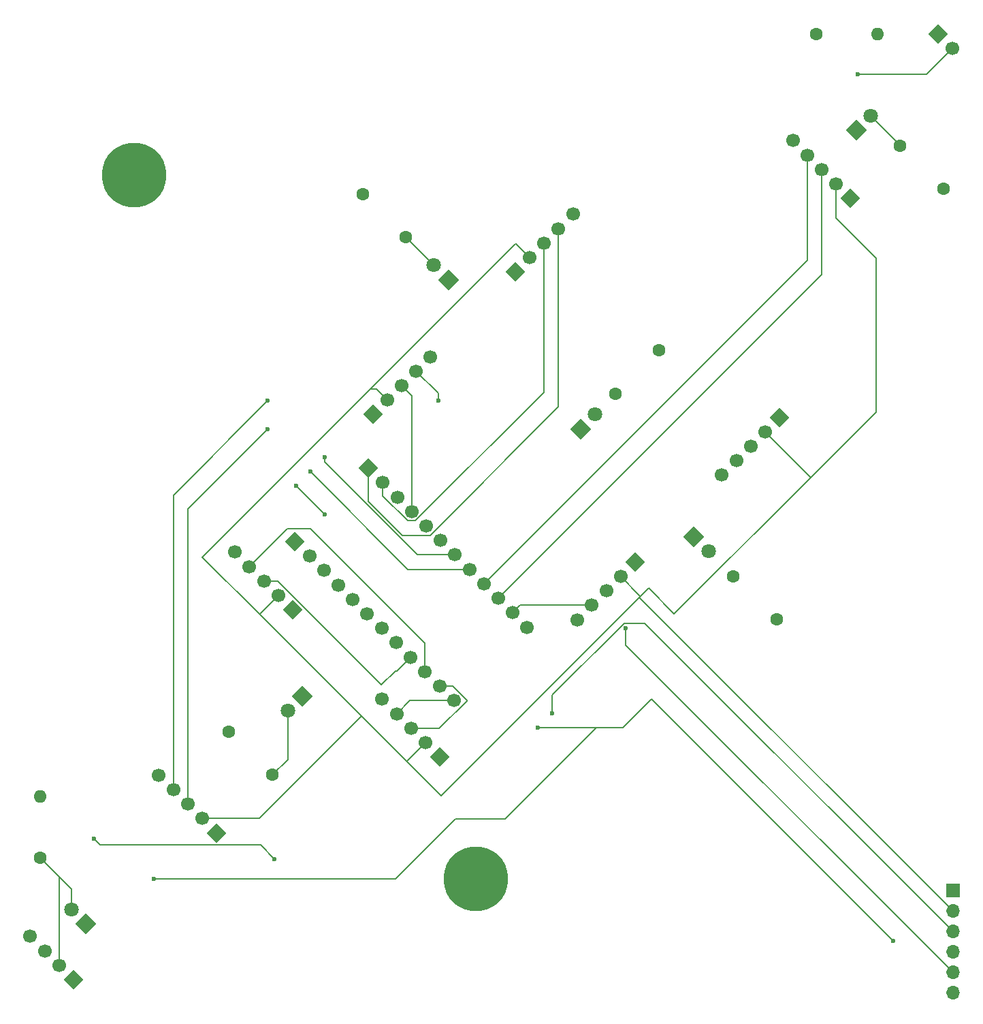
<source format=gbr>
%TF.GenerationSoftware,KiCad,Pcbnew,8.0.1*%
%TF.CreationDate,2024-04-24T16:38:56-04:00*%
%TF.ProjectId,RGBsensorBoard,52474273-656e-4736-9f72-426f6172642e,rev?*%
%TF.SameCoordinates,Original*%
%TF.FileFunction,Copper,L1,Top*%
%TF.FilePolarity,Positive*%
%FSLAX46Y46*%
G04 Gerber Fmt 4.6, Leading zero omitted, Abs format (unit mm)*
G04 Created by KiCad (PCBNEW 8.0.1) date 2024-04-24 16:38:56*
%MOMM*%
%LPD*%
G01*
G04 APERTURE LIST*
G04 Aperture macros list*
%AMHorizOval*
0 Thick line with rounded ends*
0 $1 width*
0 $2 $3 position (X,Y) of the first rounded end (center of the circle)*
0 $4 $5 position (X,Y) of the second rounded end (center of the circle)*
0 Add line between two ends*
20,1,$1,$2,$3,$4,$5,0*
0 Add two circle primitives to create the rounded ends*
1,1,$1,$2,$3*
1,1,$1,$4,$5*%
%AMRotRect*
0 Rectangle, with rotation*
0 The origin of the aperture is its center*
0 $1 length*
0 $2 width*
0 $3 Rotation angle, in degrees counterclockwise*
0 Add horizontal line*
21,1,$1,$2,0,0,$3*%
G04 Aperture macros list end*
%TA.AperFunction,ComponentPad*%
%ADD10RotRect,1.700000X1.700000X45.000000*%
%TD*%
%TA.AperFunction,ComponentPad*%
%ADD11HorizOval,1.700000X0.000000X0.000000X0.000000X0.000000X0*%
%TD*%
%TA.AperFunction,ComponentPad*%
%ADD12R,1.700000X1.700000*%
%TD*%
%TA.AperFunction,ComponentPad*%
%ADD13O,1.700000X1.700000*%
%TD*%
%TA.AperFunction,ComponentPad*%
%ADD14C,1.600000*%
%TD*%
%TA.AperFunction,ComponentPad*%
%ADD15O,1.600000X1.600000*%
%TD*%
%TA.AperFunction,ComponentPad*%
%ADD16HorizOval,1.700000X0.000000X0.000000X0.000000X0.000000X0*%
%TD*%
%TA.AperFunction,ComponentPad*%
%ADD17RotRect,1.700000X1.700000X225.000000*%
%TD*%
%TA.AperFunction,ComponentPad*%
%ADD18C,4.400000*%
%TD*%
%TA.AperFunction,ConnectorPad*%
%ADD19C,8.000000*%
%TD*%
%TA.AperFunction,ComponentPad*%
%ADD20HorizOval,1.600000X0.000000X0.000000X0.000000X0.000000X0*%
%TD*%
%TA.AperFunction,ComponentPad*%
%ADD21HorizOval,1.600000X0.000000X0.000000X0.000000X0.000000X0*%
%TD*%
%TA.AperFunction,ComponentPad*%
%ADD22HorizOval,1.700000X0.000000X0.000000X0.000000X0.000000X0*%
%TD*%
%TA.AperFunction,ComponentPad*%
%ADD23RotRect,1.700000X1.700000X315.000000*%
%TD*%
%TA.AperFunction,ComponentPad*%
%ADD24RotRect,1.700000X1.700000X135.000000*%
%TD*%
%TA.AperFunction,ComponentPad*%
%ADD25HorizOval,1.700000X0.000000X0.000000X0.000000X0.000000X0*%
%TD*%
%TA.AperFunction,ComponentPad*%
%ADD26RotRect,1.800000X1.800000X45.000000*%
%TD*%
%TA.AperFunction,ComponentPad*%
%ADD27C,1.800000*%
%TD*%
%TA.AperFunction,ComponentPad*%
%ADD28RotRect,1.800000X1.800000X135.000000*%
%TD*%
%TA.AperFunction,ComponentPad*%
%ADD29RotRect,1.800000X1.800000X315.000000*%
%TD*%
%TA.AperFunction,ComponentPad*%
%ADD30RotRect,1.800000X1.800000X225.000000*%
%TD*%
%TA.AperFunction,ViaPad*%
%ADD31C,0.600000*%
%TD*%
%TA.AperFunction,Conductor*%
%ADD32C,0.200000*%
%TD*%
G04 APERTURE END LIST*
D10*
%TO.P,C3,1,Pin_1*%
%TO.N,/GND*%
X25000000Y-135000000D03*
D11*
%TO.P,C3,2,Pin_2*%
%TO.N,/VIN 5V*%
X23203949Y-133203949D03*
%TO.P,C3,3,Pin_3*%
%TO.N,/SCL*%
X21407898Y-131407898D03*
%TO.P,C3,4,Pin_4*%
%TO.N,/SDA*%
X19611846Y-129611846D03*
%TD*%
D12*
%TO.P,J11,1,Pin_1*%
%TO.N,/VIN 5V*%
X134356656Y-123918482D03*
D13*
%TO.P,J11,2,Pin_2*%
%TO.N,3.3*%
X134356656Y-126458482D03*
%TO.P,J11,3,Pin_3*%
%TO.N,/SDA*%
X134356656Y-128998482D03*
%TO.P,J11,4,Pin_4*%
%TO.N,/SCL*%
X134356656Y-131538482D03*
%TO.P,J11,5,Pin_5*%
%TO.N,/GND*%
X134356656Y-134078482D03*
%TO.P,J11,6*%
%TO.N,/VIN 5V*%
X134356656Y-136618482D03*
%TD*%
D14*
%TO.P,R6,1*%
%TO.N,/VIN 5V*%
X117380000Y-17500000D03*
D15*
%TO.P,R6,2*%
X125000000Y-17500000D03*
%TD*%
D16*
%TO.P,C1,2,Pin_2*%
%TO.N,/GND*%
X134296051Y-19296051D03*
D17*
%TO.P,C1,1,Pin_1*%
%TO.N,/VIN 5V*%
X132500000Y-17500000D03*
%TD*%
D18*
%TO.P,hole2,1*%
%TO.N,N/C*%
X32500000Y-35000000D03*
D19*
X32500000Y-35000000D03*
%TD*%
D18*
%TO.P,hole,1*%
%TO.N,N/C*%
X75000000Y-122500000D03*
D19*
X75000000Y-122500000D03*
%TD*%
D14*
%TO.P,R6,1*%
%TO.N,/VIN 5V*%
X92418153Y-62172794D03*
D20*
%TO.P,R6,2*%
X97806307Y-56784640D03*
%TD*%
D14*
%TO.P,R5,1*%
%TO.N,/VIN 5V*%
X20866018Y-119857260D03*
D15*
%TO.P,R5,2*%
X20866018Y-112237260D03*
%TD*%
D14*
%TO.P,R4,1*%
%TO.N,/VIN 5V*%
X60951901Y-37339204D03*
D21*
%TO.P,R4,2*%
X66340055Y-42727358D03*
%TD*%
D14*
%TO.P,R3,1*%
%TO.N,/VIN 5V*%
X107048192Y-84849708D03*
D21*
%TO.P,R3,2*%
X112436346Y-90237862D03*
%TD*%
D14*
%TO.P,R2,1*%
%TO.N,/VIN 5V*%
X127773492Y-31328796D03*
D21*
%TO.P,R2,2*%
X133161646Y-36716950D03*
%TD*%
D14*
%TO.P,R1,1*%
%TO.N,/VIN 5V*%
X44334892Y-104160794D03*
D21*
%TO.P,R1,2*%
X49723046Y-109548948D03*
%TD*%
D11*
%TO.P,J10,12,Pin_12*%
%TO.N,SC1*%
X72300965Y-100307062D03*
%TO.P,J10,11,Pin_11*%
%TO.N,/SD1*%
X70504914Y-98511011D03*
%TO.P,J10,10,Pin_10*%
%TO.N,/SC0*%
X68708863Y-96714960D03*
%TO.P,J10,9,Pin_9*%
%TO.N,/SD0*%
X66912812Y-94918909D03*
%TO.P,J10,8,Pin_8*%
%TO.N,/A2*%
X65116761Y-93122858D03*
%TO.P,J10,7,Pin_7*%
%TO.N,/A1*%
X63320709Y-91326806D03*
%TO.P,J10,6,Pin_6*%
%TO.N,/A0*%
X61524658Y-89530755D03*
%TO.P,J10,5,Pin_5*%
%TO.N,/RST*%
X59728607Y-87734704D03*
%TO.P,J10,4,Pin_4*%
%TO.N,/SCL*%
X57932556Y-85938653D03*
%TO.P,J10,3,Pin_3*%
%TO.N,/SDA*%
X56136504Y-84142601D03*
%TO.P,J10,2,Pin_2*%
%TO.N,/GND*%
X54340453Y-82346550D03*
D10*
%TO.P,J10,1,Pin_1*%
%TO.N,/VIN 5V*%
X52544402Y-80550499D03*
%TD*%
%TO.P,J9,1,Pin_1*%
%TO.N,/SC7*%
X61666079Y-71428821D03*
D11*
%TO.P,J9,2,Pin_2*%
%TO.N,/SD7*%
X63462130Y-73224872D03*
%TO.P,J9,3,Pin_3*%
%TO.N,/SC6*%
X65258181Y-75020923D03*
%TO.P,J9,4,Pin_4*%
%TO.N,/SD6*%
X67054233Y-76816975D03*
%TO.P,J9,5,Pin_5*%
%TO.N,/SC5*%
X68850284Y-78613026D03*
%TO.P,J9,6,Pin_6*%
%TO.N,/SD5*%
X70646335Y-80409077D03*
%TO.P,J9,7,Pin_7*%
%TO.N,/SC4*%
X72442386Y-82205128D03*
%TO.P,J9,8,Pin_8*%
%TO.N,/SD4*%
X74238438Y-84001180D03*
%TO.P,J9,9,Pin_9*%
%TO.N,/SC3*%
X76034489Y-85797231D03*
%TO.P,J9,10,Pin_10*%
%TO.N,/SD3*%
X77830540Y-87593282D03*
%TO.P,J9,11,Pin_11*%
%TO.N,/SC2*%
X79626591Y-89389333D03*
%TO.P,J9,12,Pin_12*%
%TO.N,/SD2*%
X81422642Y-91185384D03*
%TD*%
D16*
%TO.P,J8,5,Pin_5*%
%TO.N,unconnected-(J8-Pin_5-Pad5)*%
X35602123Y-109570161D03*
%TO.P,J8,4,Pin_4*%
%TO.N,/SC4*%
X37398174Y-111366212D03*
%TO.P,J8,3,Pin_3*%
%TO.N,/SD4*%
X39194226Y-113162264D03*
%TO.P,J8,2,Pin_2*%
%TO.N,3.3*%
X40990277Y-114958315D03*
D10*
%TO.P,J8,1,Pin_1*%
%TO.N,/GND*%
X42786328Y-116754366D03*
%TD*%
D16*
%TO.P,J7,5,Pin_5*%
%TO.N,unconnected-(J7-Pin_5-Pad5)*%
X114444529Y-30727755D03*
%TO.P,J7,4,Pin_4*%
%TO.N,/SC3*%
X116240580Y-32523806D03*
%TO.P,J7,3,Pin_3*%
%TO.N,/SD3*%
X118036632Y-34319858D03*
%TO.P,J7,2,Pin_2*%
%TO.N,3.3*%
X119832683Y-36115909D03*
D17*
%TO.P,J7,1,Pin_1*%
%TO.N,/GND*%
X121628734Y-37911960D03*
%TD*%
%TO.P,J6,1,Pin_1*%
%TO.N,/GND*%
X70561482Y-107335704D03*
D16*
%TO.P,J6,2,Pin_2*%
%TO.N,3.3*%
X68765431Y-105539653D03*
%TO.P,J6,3,Pin_3*%
%TO.N,/SD1*%
X66969380Y-103743602D03*
%TO.P,J6,4,Pin_4*%
%TO.N,SC1*%
X65173328Y-101947550D03*
%TO.P,J6,5,Pin_5*%
%TO.N,unconnected-(J6-Pin_5-Pad5)*%
X63377277Y-100151499D03*
%TD*%
D17*
%TO.P,J5,1,Pin_1*%
%TO.N,/GND*%
X52261559Y-89035780D03*
D16*
%TO.P,J5,2,Pin_2*%
%TO.N,3.3*%
X50465508Y-87239729D03*
%TO.P,J5,3,Pin_3*%
%TO.N,/SD0*%
X48669457Y-85443678D03*
%TO.P,J5,4,Pin_4*%
%TO.N,/SC0*%
X46873405Y-83647626D03*
%TO.P,J5,5,Pin_5*%
%TO.N,unconnected-(J5-Pin_5-Pad5)*%
X45077354Y-81851575D03*
%TD*%
D22*
%TO.P,J4,5,Pin_5*%
%TO.N,unconnected-(J4-Pin_5-Pad5)*%
X87659324Y-90266146D03*
%TO.P,J4,4,Pin_4*%
%TO.N,/SC2*%
X89455375Y-88470095D03*
%TO.P,J4,3,Pin_3*%
%TO.N,/SD2*%
X91251427Y-86674043D03*
%TO.P,J4,2,Pin_2*%
%TO.N,3.3*%
X93047478Y-84877992D03*
D23*
%TO.P,J4,1,Pin_1*%
%TO.N,/GND*%
X94843529Y-83081941D03*
%TD*%
D24*
%TO.P,J3,1,Pin_1*%
%TO.N,/GND*%
X62210551Y-64760805D03*
D25*
%TO.P,J3,2,Pin_2*%
%TO.N,3.3*%
X64006602Y-62964754D03*
%TO.P,J3,3,Pin_3*%
%TO.N,/SD6*%
X65802653Y-61168703D03*
%TO.P,J3,4,Pin_4*%
%TO.N,/SC6*%
X67598705Y-59372651D03*
%TO.P,J3,5,Pin_5*%
%TO.N,unconnected-(J3-Pin_5-Pad5)*%
X69394756Y-57576600D03*
%TD*%
%TO.P,J2,5,Pin_5*%
%TO.N,unconnected-(J2-Pin_5-Pad5)*%
X87100710Y-39870646D03*
%TO.P,J2,4,Pin_4*%
%TO.N,/SC7*%
X85304659Y-41666697D03*
%TO.P,J2,3,Pin_3*%
%TO.N,/SD7*%
X83508607Y-43462749D03*
%TO.P,J2,2,Pin_2*%
%TO.N,3.3*%
X81712556Y-45258800D03*
D24*
%TO.P,J2,1,Pin_1*%
%TO.N,/GND*%
X79916505Y-47054851D03*
%TD*%
D23*
%TO.P,J1,1,Pin_1*%
%TO.N,/GND*%
X112818184Y-65107287D03*
D22*
%TO.P,J1,2,Pin_2*%
%TO.N,3.3*%
X111022133Y-66903338D03*
%TO.P,J1,3,Pin_3*%
%TO.N,/SD5*%
X109226082Y-68699389D03*
%TO.P,J1,4,Pin_4*%
%TO.N,/SC5*%
X107430030Y-70495441D03*
%TO.P,J1,5,Pin_5*%
%TO.N,unconnected-(J1-Pin_5-Pad5)*%
X105633979Y-72291492D03*
%TD*%
D26*
%TO.P,D6,1,K*%
%TO.N,/GND*%
X88041162Y-66549785D03*
D27*
%TO.P,D6,2,A*%
%TO.N,/VIN 5V*%
X89837213Y-64753734D03*
%TD*%
D28*
%TO.P,D5,1,K*%
%TO.N,/GND*%
X26522872Y-128068075D03*
D27*
%TO.P,D5,2,A*%
%TO.N,/VIN 5V*%
X24726821Y-126272024D03*
%TD*%
D26*
%TO.P,D4,1,K*%
%TO.N,/GND*%
X122335841Y-29426679D03*
D27*
%TO.P,D4,2,A*%
%TO.N,/VIN 5V*%
X124131892Y-27630628D03*
%TD*%
D29*
%TO.P,D3,1,K*%
%TO.N,/GND*%
X102155013Y-79956529D03*
D27*
%TO.P,D3,2,A*%
%TO.N,/VIN 5V*%
X103951064Y-81752580D03*
%TD*%
D28*
%TO.P,D2,1,K*%
%TO.N,/GND*%
X71618607Y-48005909D03*
D27*
%TO.P,D2,2,A*%
%TO.N,/VIN 5V*%
X69822556Y-46209858D03*
%TD*%
D30*
%TO.P,D1,1,K*%
%TO.N,/GND*%
X53421214Y-99755519D03*
D27*
%TO.P,D1,2,A*%
%TO.N,/VIN 5V*%
X51625163Y-101551570D03*
%TD*%
D31*
%TO.N,/SDA*%
X50000000Y-120000000D03*
X27500000Y-117500000D03*
%TO.N,/SCL*%
X35000000Y-122500000D03*
%TO.N,/GND*%
X122500000Y-22500000D03*
%TO.N,/SCL*%
X126932035Y-130189395D03*
X82737861Y-103672891D03*
%TO.N,/SDA*%
X84505628Y-101905124D03*
%TO.N,/SD4*%
X54453590Y-71853086D03*
X49150289Y-66549785D03*
%TO.N,/SC4*%
X56221357Y-70085319D03*
X49150289Y-63014251D03*
%TO.N,/VIN 5V*%
X52685823Y-73620853D03*
X56221357Y-77156386D03*
%TO.N,/SC6*%
X70363493Y-63014251D03*
%TO.N,/GND*%
X93698016Y-91298522D03*
%TD*%
D32*
%TO.N,/SDA*%
X27500000Y-117500000D02*
X28256448Y-118256448D01*
X48256448Y-118256448D02*
X50000000Y-120000000D01*
X28256448Y-118256448D02*
X48256448Y-118256448D01*
%TO.N,/SCL*%
X65000000Y-122500000D02*
X72500000Y-115000000D01*
X35000000Y-122500000D02*
X65000000Y-122500000D01*
X82737861Y-103672891D02*
X90000000Y-103672891D01*
X90000000Y-103672891D02*
X93344463Y-103672891D01*
X78672891Y-115000000D02*
X90000000Y-103672891D01*
X72500000Y-115000000D02*
X78672891Y-115000000D01*
%TO.N,/VIN 5V*%
X23004379Y-121995621D02*
X24726821Y-123718063D01*
X20866018Y-119857260D02*
X23004379Y-121995621D01*
X23004379Y-121995621D02*
X23203949Y-122195191D01*
X23203949Y-122195191D02*
X23203949Y-133203949D01*
%TO.N,/GND*%
X122500000Y-22500000D02*
X131092102Y-22500000D01*
X131092102Y-22500000D02*
X134296051Y-19296051D01*
%TO.N,/SCL*%
X96879997Y-100137357D02*
X126932035Y-130189395D01*
X93344463Y-103672891D02*
X96879997Y-100137357D01*
%TO.N,/SDA*%
X84505628Y-101905124D02*
X84505628Y-99642382D01*
X84505628Y-99642382D02*
X93449489Y-90698521D01*
X93449489Y-90698521D02*
X96056696Y-90698521D01*
X96056696Y-90698521D02*
X134356656Y-128998482D01*
%TO.N,/SD4*%
X54453590Y-71853086D02*
X66601684Y-84001180D01*
X66601684Y-84001180D02*
X74238438Y-84001180D01*
X39194226Y-76505848D02*
X49150289Y-66549785D01*
X39194226Y-113162264D02*
X39194226Y-76505848D01*
%TO.N,/SC4*%
X56221357Y-70085319D02*
X56221357Y-70651004D01*
X56221357Y-70651004D02*
X67775482Y-82205129D01*
X67775482Y-82205129D02*
X72442387Y-82205129D01*
X37398174Y-74766365D02*
X49150289Y-63014251D01*
X37398174Y-111366212D02*
X37398174Y-74766365D01*
%TO.N,/SD3*%
X118036632Y-34319858D02*
X118036632Y-47387191D01*
X118036632Y-47387191D02*
X77830540Y-87593283D01*
%TO.N,/SC3*%
X116240581Y-32523806D02*
X116240581Y-45591140D01*
X116240581Y-45591140D02*
X76034489Y-85797231D01*
%TO.N,/SC7*%
X85304659Y-41666697D02*
X85304659Y-63784997D01*
X69326629Y-79763027D02*
X65899065Y-79763027D01*
X85304659Y-63784997D02*
X69326629Y-79763027D01*
X65899065Y-79763027D02*
X61666079Y-75530041D01*
X61666079Y-75530041D02*
X61666079Y-71428821D01*
%TO.N,/SD7*%
X83508608Y-43462748D02*
X83508608Y-61988946D01*
X83508608Y-61988946D02*
X67530578Y-77966975D01*
X67530578Y-77966975D02*
X66577888Y-77966975D01*
X66577888Y-77966975D02*
X63462130Y-74851218D01*
X63462130Y-74851218D02*
X63462130Y-73224873D01*
%TO.N,/VIN 5V*%
X56221357Y-77156386D02*
X52685823Y-73620853D01*
%TO.N,/SC2*%
X89455376Y-88470095D02*
X80545830Y-88470095D01*
X80545830Y-88470095D02*
X79626591Y-89389334D01*
%TO.N,/SC6*%
X70363493Y-62137438D02*
X70363493Y-63014251D01*
X67598705Y-59372651D02*
X70363493Y-62137438D01*
%TO.N,/SD6*%
X65802654Y-61168702D02*
X67054233Y-62420281D01*
X67054233Y-62420281D02*
X67054233Y-76816975D01*
%TO.N,/SC0*%
X46873405Y-83647627D02*
X51596879Y-78924153D01*
X51596879Y-78924153D02*
X54453590Y-78924153D01*
X54453590Y-78924153D02*
X68708863Y-93179426D01*
X68708863Y-93179426D02*
X68708863Y-96714960D01*
%TO.N,/SD0*%
X50366513Y-85443678D02*
X63292425Y-98369590D01*
X48669457Y-85443678D02*
X50366513Y-85443678D01*
X63292425Y-98369590D02*
X65060192Y-96601823D01*
X65060192Y-96601823D02*
X65229897Y-96601823D01*
X65229897Y-96601823D02*
X66912811Y-94918909D01*
%TO.N,/SD1*%
X66969380Y-103743601D02*
X70490772Y-103743601D01*
X73899026Y-100278778D02*
X72131260Y-98511011D01*
X70490772Y-103743601D02*
X73899026Y-100335347D01*
X73899026Y-100335347D02*
X73899026Y-100278778D01*
X72131260Y-98511011D02*
X70504914Y-98511011D01*
%TO.N,SC1*%
X65173329Y-101947550D02*
X66813817Y-100307062D01*
X66813817Y-100307062D02*
X72300965Y-100307062D01*
%TO.N,/VIN 5V*%
X24726821Y-123718063D02*
X24726821Y-126272023D01*
%TO.N,3.3*%
X60817551Y-102258677D02*
X66474405Y-107915531D01*
X48089629Y-89530755D02*
X60817551Y-102258677D01*
X60817551Y-102258677D02*
X48117913Y-114958315D01*
X48117913Y-114958315D02*
X40990277Y-114958315D01*
%TO.N,/VIN 5V*%
X49723046Y-109548948D02*
X51625163Y-107646831D01*
X51625163Y-107646831D02*
X51625163Y-101551570D01*
X66340055Y-42727357D02*
X69822556Y-46209858D01*
X124131892Y-27630627D02*
X127773492Y-31272227D01*
X127773492Y-31272227D02*
X127773492Y-31328796D01*
%TO.N,3.3*%
X124810715Y-64428464D02*
X124810715Y-45336581D01*
X116678987Y-72560192D02*
X124810715Y-64428464D01*
X124810715Y-45336581D02*
X119832683Y-40358550D01*
X119832683Y-40358550D02*
X119832683Y-36115909D01*
%TO.N,/GND*%
X93698016Y-91298522D02*
X93698016Y-93419842D01*
X93698016Y-93419842D02*
X134356656Y-134078482D01*
%TO.N,3.3*%
X134356656Y-126458482D02*
X95465783Y-87567609D01*
X95465783Y-87567609D02*
X95465783Y-87409435D01*
X99708424Y-89530755D02*
X116678987Y-72560192D01*
X96526443Y-86348775D02*
X99708424Y-89530755D01*
X116678987Y-72560192D02*
X111022132Y-66903338D01*
X95465783Y-87409435D02*
X96526443Y-86348775D01*
X70717046Y-112158172D02*
X95465783Y-87409435D01*
X93047478Y-84877992D02*
X95465783Y-87296298D01*
X95465783Y-87296298D02*
X95465783Y-87409435D01*
X41018561Y-82459687D02*
X48089629Y-89530755D01*
X50465508Y-87239729D02*
X48174482Y-89530755D01*
X48174482Y-89530755D02*
X48089629Y-89530755D01*
X66474405Y-107915531D02*
X70717046Y-112158172D01*
X68765431Y-105539653D02*
X66474405Y-107830679D01*
X66474405Y-107830679D02*
X66474405Y-107915531D01*
X59049784Y-64428464D02*
X43846988Y-79631260D01*
X43846988Y-79631260D02*
X41018561Y-82459687D01*
X79909434Y-43568814D02*
X61878211Y-61600037D01*
X61878211Y-61600037D02*
X59049784Y-64428464D01*
X64006603Y-62964753D02*
X62641887Y-61600037D01*
X62641887Y-61600037D02*
X61878211Y-61600037D01*
X81712556Y-45258800D02*
X80022571Y-43568814D01*
X79909434Y-43568814D02*
X80022571Y-43568814D01*
%TD*%
M02*

</source>
